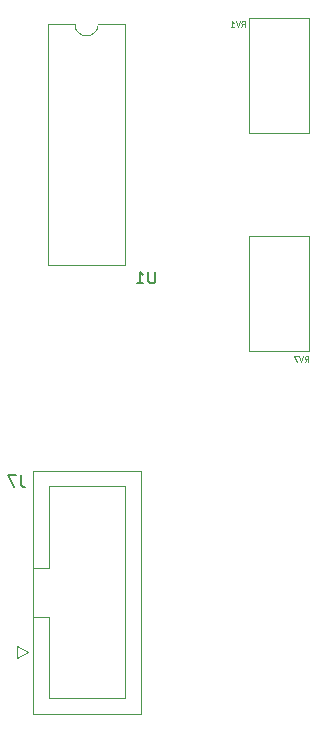
<source format=gbr>
%TF.GenerationSoftware,KiCad,Pcbnew,7.0.2-0*%
%TF.CreationDate,2023-10-10T18:08:06-05:00*%
%TF.ProjectId,Untitled,556e7469-746c-4656-942e-6b696361645f,rev?*%
%TF.SameCoordinates,Original*%
%TF.FileFunction,Legend,Bot*%
%TF.FilePolarity,Positive*%
%FSLAX46Y46*%
G04 Gerber Fmt 4.6, Leading zero omitted, Abs format (unit mm)*
G04 Created by KiCad (PCBNEW 7.0.2-0) date 2023-10-10 18:08:06*
%MOMM*%
%LPD*%
G01*
G04 APERTURE LIST*
%ADD10C,0.125000*%
%ADD11C,0.150000*%
%ADD12C,0.120000*%
G04 APERTURE END LIST*
D10*
%TO.C,RV1*%
X142647618Y-87631309D02*
X142814284Y-87393214D01*
X142933332Y-87631309D02*
X142933332Y-87131309D01*
X142933332Y-87131309D02*
X142742856Y-87131309D01*
X142742856Y-87131309D02*
X142695237Y-87155119D01*
X142695237Y-87155119D02*
X142671427Y-87178928D01*
X142671427Y-87178928D02*
X142647618Y-87226547D01*
X142647618Y-87226547D02*
X142647618Y-87297976D01*
X142647618Y-87297976D02*
X142671427Y-87345595D01*
X142671427Y-87345595D02*
X142695237Y-87369404D01*
X142695237Y-87369404D02*
X142742856Y-87393214D01*
X142742856Y-87393214D02*
X142933332Y-87393214D01*
X142504760Y-87131309D02*
X142338094Y-87631309D01*
X142338094Y-87631309D02*
X142171427Y-87131309D01*
X141742856Y-87631309D02*
X142028570Y-87631309D01*
X141885713Y-87631309D02*
X141885713Y-87131309D01*
X141885713Y-87131309D02*
X141933332Y-87202738D01*
X141933332Y-87202738D02*
X141980951Y-87250357D01*
X141980951Y-87250357D02*
X142028570Y-87274166D01*
%TO.C,RV7*%
X148047618Y-115981309D02*
X148214284Y-115743214D01*
X148333332Y-115981309D02*
X148333332Y-115481309D01*
X148333332Y-115481309D02*
X148142856Y-115481309D01*
X148142856Y-115481309D02*
X148095237Y-115505119D01*
X148095237Y-115505119D02*
X148071427Y-115528928D01*
X148071427Y-115528928D02*
X148047618Y-115576547D01*
X148047618Y-115576547D02*
X148047618Y-115647976D01*
X148047618Y-115647976D02*
X148071427Y-115695595D01*
X148071427Y-115695595D02*
X148095237Y-115719404D01*
X148095237Y-115719404D02*
X148142856Y-115743214D01*
X148142856Y-115743214D02*
X148333332Y-115743214D01*
X147904760Y-115481309D02*
X147738094Y-115981309D01*
X147738094Y-115981309D02*
X147571427Y-115481309D01*
X147452380Y-115481309D02*
X147119047Y-115481309D01*
X147119047Y-115481309D02*
X147333332Y-115981309D01*
D11*
%TO.C,J7*%
X123983333Y-125562619D02*
X123983333Y-126276904D01*
X123983333Y-126276904D02*
X124030952Y-126419761D01*
X124030952Y-126419761D02*
X124126190Y-126515000D01*
X124126190Y-126515000D02*
X124269047Y-126562619D01*
X124269047Y-126562619D02*
X124364285Y-126562619D01*
X123602380Y-125562619D02*
X122935714Y-125562619D01*
X122935714Y-125562619D02*
X123364285Y-126562619D01*
%TO.C,U1*%
X135361904Y-108312619D02*
X135361904Y-109122142D01*
X135361904Y-109122142D02*
X135314285Y-109217380D01*
X135314285Y-109217380D02*
X135266666Y-109265000D01*
X135266666Y-109265000D02*
X135171428Y-109312619D01*
X135171428Y-109312619D02*
X134980952Y-109312619D01*
X134980952Y-109312619D02*
X134885714Y-109265000D01*
X134885714Y-109265000D02*
X134838095Y-109217380D01*
X134838095Y-109217380D02*
X134790476Y-109122142D01*
X134790476Y-109122142D02*
X134790476Y-108312619D01*
X133790476Y-109312619D02*
X134361904Y-109312619D01*
X134076190Y-109312619D02*
X134076190Y-108312619D01*
X134076190Y-108312619D02*
X134171428Y-108455476D01*
X134171428Y-108455476D02*
X134266666Y-108550714D01*
X134266666Y-108550714D02*
X134361904Y-108598333D01*
D12*
%TO.C,RV1*%
X143310000Y-96575000D02*
X143310000Y-86805000D01*
X148380000Y-96575000D02*
X143310000Y-96575000D01*
X148380000Y-96575000D02*
X148380000Y-86805000D01*
X148380000Y-86805000D02*
X143310000Y-86805000D01*
%TO.C,RV7*%
X143310000Y-115075000D02*
X143310000Y-105305000D01*
X148380000Y-115075000D02*
X143310000Y-115075000D01*
X148380000Y-115075000D02*
X148380000Y-105305000D01*
X148380000Y-105305000D02*
X143310000Y-105305000D01*
%TO.C,J7*%
X123630000Y-140050000D02*
X124630000Y-140550000D01*
X123630000Y-141050000D02*
X123630000Y-140050000D01*
X124630000Y-140550000D02*
X123630000Y-141050000D01*
X125020000Y-125180000D02*
X125020000Y-145760000D01*
X125020000Y-137520000D02*
X126330000Y-137520000D01*
X125020000Y-145760000D02*
X134140000Y-145760000D01*
X126330000Y-126480000D02*
X126330000Y-133420000D01*
X126330000Y-133420000D02*
X125020000Y-133420000D01*
X126330000Y-133420000D02*
X126330000Y-133420000D01*
X126330000Y-137520000D02*
X126330000Y-144460000D01*
X126330000Y-144460000D02*
X132830000Y-144460000D01*
X132830000Y-126480000D02*
X126330000Y-126480000D01*
X132830000Y-144460000D02*
X132830000Y-126480000D01*
X134140000Y-125180000D02*
X125020000Y-125180000D01*
X134140000Y-145760000D02*
X134140000Y-125180000D01*
%TO.C,U1*%
X132780000Y-107785000D02*
X126310000Y-107785000D01*
X132780000Y-87345000D02*
X132780000Y-107785000D01*
X130545000Y-87345000D02*
X132780000Y-87345000D01*
X126310000Y-107785000D02*
X126310000Y-87345000D01*
X126310000Y-87345000D02*
X128545000Y-87345000D01*
X128545000Y-87345000D02*
G75*
G03*
X130545000Y-87345000I1000000J0D01*
G01*
%TD*%
M02*

</source>
